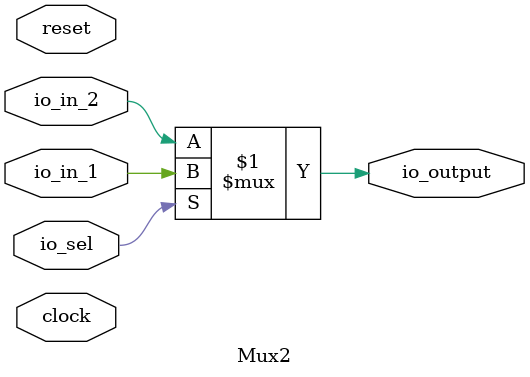
<source format=sv>
module Mux2(
  input  clock,
         reset,
         io_in_1,
         io_in_2,
         io_sel,
  output io_output
);

  assign io_output = io_sel ? io_in_1 : io_in_2;
endmodule


</source>
